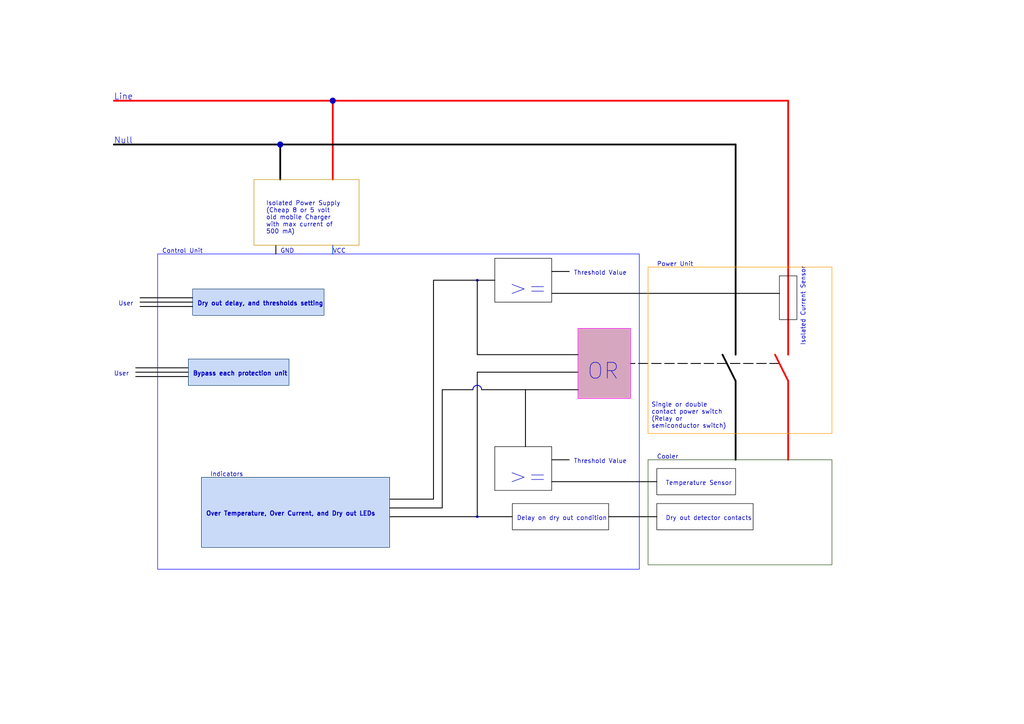
<source format=kicad_sch>
(kicad_sch (version 20230121) (generator eeschema)
  (paper "A4")
  (lib_symbols)
  (polyline (pts (xy 226.06 105.41) (xy 182.88 105.41)) (stroke (width 0.254) (type dash) (color 0 0 0 1)))
  (polyline (pts (xy 165.1 78.74) (xy 160.02 78.74)) (stroke (width 0.254) (type solid) (color 0 0 0 1)))
  (polyline (pts (xy 138.43 149.86) (xy 113.03 149.86)) (stroke (width 0.254) (type solid) (color 0 0 0 1)))
  (polyline (pts (xy 228.6 102.87) (xy 228.6 29.21)) (stroke (width 0.508) (type solid) (color 255 0 0 1)))
  (polyline (pts (xy 190.5 139.7) (xy 160.02 139.7)) (stroke (width 0.254) (type solid) (color 0 0 0 1)))
  (polyline (pts (xy 213.36 110.49) (xy 209.55 102.87)) (stroke (width 0.508) (type solid) (color 0 0 0 1)))
  (polyline (pts (xy 33.02 41.91) (xy 213.36 41.91)) (stroke (width 0.508) (type solid) (color 0 0 0 1)))
  (polyline (pts (xy 190.5 149.86) (xy 176.53 149.86)) (stroke (width 0.254) (type solid) (color 0 0 0 1)))
  (polyline (pts (xy 226.06 85.09) (xy 160.02 85.09)) (stroke (width 0.254) (type solid) (color 0 0 0 1)))
  (polyline (pts (xy 54.61 109.22) (xy 39.37 109.22)) (stroke (width 0.254) (type solid) (color 0 0 0 1)))
  (polyline (pts (xy 148.59 149.86) (xy 138.43 149.86)) (stroke (width 0.254) (type solid) (color 0 0 0 1)))
  (polyline (pts (xy 55.88 86.36) (xy 40.64 86.36)) (stroke (width 0.254) (type solid) (color 0 0 0 1)))
  (polyline (pts (xy 54.61 106.68) (xy 39.37 106.68)) (stroke (width 0.254) (type solid) (color 0 0 0 1)))
  (polyline (pts (xy 96.52 52.07) (xy 96.52 29.21)) (stroke (width 0.508) (type solid) (color 255 0 0 1)))
  (polyline (pts (xy 213.36 102.87) (xy 213.36 41.91)) (stroke (width 0.508) (type solid) (color 0 0 0 1)))
  (polyline (pts (xy 80.01 73.66) (xy 80.01 71.12)) (stroke (width 0.254) (type solid) (color 0 0 0 1)))
  (polyline (pts (xy 96.52 73.66) (xy 96.52 71.12)) (stroke (width 0.254) (type solid) (color 17 85 204 1)))
  (polyline (pts (xy 55.88 87.63) (xy 40.64 87.63)) (stroke (width 0.254) (type solid) (color 0 0 0 1)))
  (polyline (pts (xy 152.4 113.03) (xy 139.7 113.03)) (stroke (width 0.254) (type solid) (color 0 0 0 1)))
  (polyline (pts (xy 228.6 133.35) (xy 228.6 110.49)) (stroke (width 0.508) (type solid) (color 255 0 0 1)))
  (polyline (pts (xy 165.1 133.35) (xy 160.02 133.35)) (stroke (width 0.254) (type solid) (color 0 0 0 1)))
  (polyline (pts (xy 228.6 110.49) (xy 224.79 102.87)) (stroke (width 0.508) (type solid) (color 255 0 0 1)))
  (polyline (pts (xy 81.28 52.07) (xy 81.28 41.91)) (stroke (width 0.508) (type solid) (color 0 0 0 1)))
  (polyline (pts (xy 55.88 88.9) (xy 40.64 88.9)) (stroke (width 0.254) (type solid) (color 0 0 0 1)))
  (polyline (pts (xy 33.02 29.21) (xy 228.6 29.21)) (stroke (width 0.508) (type solid) (color 255 0 0 1)))
  (polyline (pts (xy 54.61 107.95) (xy 39.37 107.95)) (stroke (width 0.254) (type solid) (color 0 0 0 1)))
  (polyline (pts (xy 213.36 133.35) (xy 213.36 110.49)) (stroke (width 0.508) (type solid) (color 0 0 0 1)))
  (arc (start 137.16 113.03) (mid 138.43 111.76) (end 139.7 113.03) (stroke (width 0.254)))
  (rectangle (start 113.03 138.43) (end 58.42 158.75) (stroke (width 0) (color 7 55 99 1)) (fill (type color) (color 201 218 248 1)))
  (rectangle (start 231.14 80.01) (end 226.06 92.71) (stroke (width 0) (color 0 0 0 1)))
  (rectangle (start 160.02 129.54) (end 143.51 142.24) (stroke (width 0) (color 0 0 0 1)))
  (rectangle (start 160.02 74.93) (end 143.51 87.63) (stroke (width 0) (color 0 0 0 1)))
  (polyline (pts (xy 137.16 113.03) (xy 128.27 113.03) (xy 128.27 147.32) (xy 113.03 147.32)) (stroke (width 0.254) (type solid) (color 0 0 0 1)))
  (circle (center 138.43 81.28) (radius 0.254) (stroke (width 0.254)))
  (rectangle (start 104.14 52.07) (end 73.66 71.12) (stroke (width 0) (color 191 144 0 1)))
  (arc (start 81.6753 42.2291) (mid 80.801 41.7408) (end 81.788 41.91) (stroke (width 0.762)))
  (rectangle (start 93.98 83.82) (end 55.88 91.44) (stroke (width 0) (color 7 55 99 1)) (fill (type color) (color 201 218 248 1)))
  (rectangle (start 241.3 133.35) (end 187.96 163.83) (stroke (width 0) (color 39 78 19 1)))
  (rectangle (start 241.3 77.47) (end 187.96 125.73) (stroke (width 0) (color 255 153 0 1)))
  (rectangle (start 185.42 73.66) (end 45.72 165.1) (stroke (width 0) (color 0 0 255 1)))
  (rectangle (start 176.53 146.05) (end 148.59 153.67) (stroke (width 0) (color 0 0 0 1)))
  (circle (center 138.43 149.86) (radius 0.254) (stroke (width 0.254)))
  (rectangle (start 218.44 146.05) (end 190.5 153.67) (stroke (width 0) (color 0 0 0 1)))
  (polyline (pts (xy 152.4 129.54) (xy 152.4 113.03) (xy 167.64 113.03)) (stroke (width 0.254) (type solid) (color 0 0 0 1)))
  (rectangle (start 182.88 95.25) (end 167.64 115.57) (stroke (width 0) (color 255 0 255 1)) (fill (type color) (color 213 166 189 1)))
  (arc (start 96.9153 29.5291) (mid 96.041 29.0408) (end 97.028 29.21) (stroke (width 0.762)))
  (polyline (pts (xy 167.64 102.87) (xy 138.43 102.87) (xy 138.43 81.28) (xy 143.51 81.28)) (stroke (width 0.254) (type solid) (color 0 0 0 1)))
  (polyline (pts (xy 138.43 149.86) (xy 138.43 107.95) (xy 167.64 107.95)) (stroke (width 0.254) (type solid) (color 0 0 0 1)))
  (rectangle (start 83.82 104.14) (end 54.61 111.76) (stroke (width 0) (color 7 55 99 1)) (fill (type color) (color 201 218 248 1)))
  (polyline (pts (xy 138.43 81.28) (xy 125.73 81.28) (xy 125.73 144.78) (xy 113.03 144.78)) (stroke (width 0.254) (type solid) (color 0 0 0 1)))
  (rectangle (start 213.36 135.89) (end 190.5 143.51) (stroke (width 0) (color 0 0 0 1)))
  (text_box "Single or double contact power switch (Relay or semiconductor switch)" (at 213.36 115.57 0) (size -25.4 7.62) (stroke (width -0.0001) (color 0 0 0 1)) (effects (font (size 1.27 1.27)) (justify left top)))
  (text_box "Isolated Power Supply (Cheap 8 or 5 volt old mobile Charger with max current of 500 mA)" (at 100.33 57.15 0) (size -24.13 10.16) (stroke (width -0.0001) (color 0 0 0 1)) (effects (font (size 1.27 1.27)) (justify left top)))
  (text "Null" (at 33.02 41.91 0) (effects (font (size 1.778 1.778)) (justify left bottom)))
  (text "GND" (at 81.28 73.66 0) (effects (font (size 1.27 1.27)) (justify left bottom)))
  (text "Line" (at 33.02 29.21 0) (effects (font (size 1.778 1.778)) (justify left bottom)))
  (text "Over Temperature, Over Current, and Dry out LEDs" (at 59.69 149.86 0) (effects (font (size 1.27 1.27) bold) (justify left bottom)))
  (text "User" (at 33.02 109.22 0) (effects (font (size 1.27 1.27)) (justify left bottom)))
  (text "VCC" (at 96.52 73.66 0) (effects (font (size 1.27 1.27)) (justify left bottom)))
  (text ">=" (at 147.32 140.97 0) (effects (font (size 4.572 4.572)) (justify left bottom)))
  (text "Power Unit" (at 190.5 77.47 0) (effects (font (size 1.27 1.27)) (justify left bottom)))
  (text "Indicators" (at 60.96 138.43 0) (effects (font (size 1.27 1.27)) (justify left bottom)))
  (text "Isolated Current Sensor" (at 233.68 100.33 90) (effects (font (size 1.27 1.27)) (justify left bottom)))
  (text "Dry out detector contacts" (at 193.04 151.13 0) (effects (font (size 1.27 1.27)) (justify left bottom)))
  (text "User" (at 34.29 88.9 0) (effects (font (size 1.27 1.27)) (justify left bottom)))
  (text "OR" (at 170.18 110.49 0) (effects (font (size 4.572 4.572)) (justify left bottom)))
  (text "Threshold Value" (at 166.37 80.01 0) (effects (font (size 1.27 1.27)) (justify left bottom)))
  (text "Bypass each protection unit" (at 55.88 109.22 0) (effects (font (size 1.27 1.27) bold) (justify left bottom)))
  (text "Delay on dry out condition" (at 149.86 151.13 0) (effects (font (size 1.27 1.27)) (justify left bottom)))
  (text ">=" (at 147.32 86.36 0) (effects (font (size 4.572 4.572)) (justify left bottom)))
  (text "" (at 104.14 62.23 0) (effects (font (size 1.27 1.27)) (justify left bottom)))
  (text "Dry out delay, and thresholds setting" (at 57.15 88.9 0) (effects (font (size 1.27 1.27) bold) (justify left bottom)))
  (text "Cooler" (at 190.5 133.35 0) (effects (font (size 1.27 1.27)) (justify left bottom)))
  (text "Temperature Sensor" (at 193.04 140.97 0) (effects (font (size 1.27 1.27)) (justify left bottom)))
  (text "" (at 203.2 123.19 0) (effects (font (size 1.27 1.27)) (justify left bottom)))
  (text "Threshold Value" (at 166.37 134.62 0) (effects (font (size 1.27 1.27)) (justify left bottom)))
  (text "Control Unit" (at 46.99 73.66 0) (effects (font (size 1.27 1.27)) (justify left bottom)))
)
</source>
